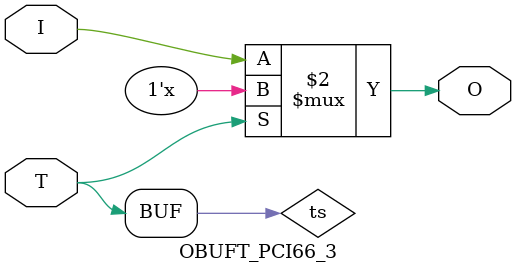
<source format=v>

/*

FUNCTION    : TRI-STATE OUTPUT BUFFER

*/

`celldefine
`timescale  100 ps / 10 ps

module OBUFT_PCI66_3 (O, I, T);

    output O;

    input  I, T;

    or O1 (ts, 1'b0, T);
    bufif0 T1 (O, I, ts);

endmodule

</source>
